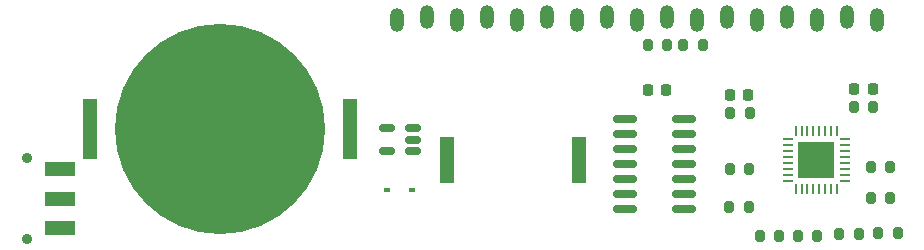
<source format=gbr>
%TF.GenerationSoftware,KiCad,Pcbnew,(5.99.0-10155-gdd944794ea)*%
%TF.CreationDate,2021-04-17T22:56:49+01:00*%
%TF.ProjectId,minor-cap,6d696e6f-722d-4636-9170-2e6b69636164,rev?*%
%TF.SameCoordinates,Original*%
%TF.FileFunction,Soldermask,Top*%
%TF.FilePolarity,Negative*%
%FSLAX46Y46*%
G04 Gerber Fmt 4.6, Leading zero omitted, Abs format (unit mm)*
G04 Created by KiCad (PCBNEW (5.99.0-10155-gdd944794ea)) date 2021-04-17 22:56:49*
%MOMM*%
%LPD*%
G01*
G04 APERTURE LIST*
G04 Aperture macros list*
%AMRoundRect*
0 Rectangle with rounded corners*
0 $1 Rounding radius*
0 $2 $3 $4 $5 $6 $7 $8 $9 X,Y pos of 4 corners*
0 Add a 4 corners polygon primitive as box body*
4,1,4,$2,$3,$4,$5,$6,$7,$8,$9,$2,$3,0*
0 Add four circle primitives for the rounded corners*
1,1,$1+$1,$2,$3*
1,1,$1+$1,$4,$5*
1,1,$1+$1,$6,$7*
1,1,$1+$1,$8,$9*
0 Add four rect primitives between the rounded corners*
20,1,$1+$1,$2,$3,$4,$5,0*
20,1,$1+$1,$4,$5,$6,$7,0*
20,1,$1+$1,$6,$7,$8,$9,0*
20,1,$1+$1,$8,$9,$2,$3,0*%
G04 Aperture macros list end*
%ADD10O,1.200000X2.000000*%
%ADD11R,0.600000X0.450000*%
%ADD12RoundRect,0.200000X-0.200000X-0.275000X0.200000X-0.275000X0.200000X0.275000X-0.200000X0.275000X0*%
%ADD13RoundRect,0.200000X0.200000X0.275000X-0.200000X0.275000X-0.200000X-0.275000X0.200000X-0.275000X0*%
%ADD14RoundRect,0.225000X-0.225000X-0.250000X0.225000X-0.250000X0.225000X0.250000X-0.225000X0.250000X0*%
%ADD15R,1.200000X4.000000*%
%ADD16RoundRect,0.150000X0.512500X0.150000X-0.512500X0.150000X-0.512500X-0.150000X0.512500X-0.150000X0*%
%ADD17RoundRect,0.150000X-0.825000X-0.150000X0.825000X-0.150000X0.825000X0.150000X-0.825000X0.150000X0*%
%ADD18R,3.100000X3.100000*%
%ADD19RoundRect,0.062500X-0.062500X-0.375000X0.062500X-0.375000X0.062500X0.375000X-0.062500X0.375000X0*%
%ADD20RoundRect,0.062500X-0.375000X-0.062500X0.375000X-0.062500X0.375000X0.062500X-0.375000X0.062500X0*%
%ADD21C,0.900000*%
%ADD22R,2.500000X1.250000*%
%ADD23R,1.270000X5.080000*%
%ADD24C,17.800000*%
G04 APERTURE END LIST*
D10*
%TO.C,J1*%
X179270000Y-87450000D03*
X176730000Y-87250000D03*
X174190000Y-87450000D03*
X171650000Y-87250000D03*
X169110000Y-87450000D03*
X166570000Y-87250000D03*
X164030000Y-87450000D03*
X161490000Y-87250000D03*
X158950000Y-87450000D03*
X156410000Y-87250000D03*
X153870000Y-87450000D03*
X151330000Y-87250000D03*
X148790000Y-87450000D03*
X146250000Y-87250000D03*
X143710000Y-87450000D03*
X141170000Y-87250000D03*
X138630000Y-87450000D03*
%TD*%
D11*
%TO.C,D1*%
X137800000Y-101850000D03*
X139900000Y-101850000D03*
%TD*%
D12*
%TO.C,R12*%
X180425000Y-99930000D03*
X178775000Y-99930000D03*
%TD*%
%TO.C,R11*%
X177725000Y-105580000D03*
X176075000Y-105580000D03*
%TD*%
D13*
%TO.C,R10*%
X159875000Y-89600000D03*
X161525000Y-89600000D03*
%TD*%
%TO.C,R9*%
X162875000Y-89600000D03*
X164525000Y-89600000D03*
%TD*%
D12*
%TO.C,R8*%
X180425000Y-102530000D03*
X178775000Y-102530000D03*
%TD*%
%TO.C,R7*%
X181025000Y-105530000D03*
X179375000Y-105530000D03*
%TD*%
%TO.C,R6*%
X171025000Y-105730000D03*
X169375000Y-105730000D03*
%TD*%
%TO.C,R5*%
X174225000Y-105730000D03*
X172575000Y-105730000D03*
%TD*%
%TO.C,R4*%
X178975000Y-94860000D03*
X177325000Y-94860000D03*
%TD*%
%TO.C,R3*%
X168505000Y-95370000D03*
X166855000Y-95370000D03*
%TD*%
D13*
%TO.C,R2*%
X166775000Y-103330000D03*
X168425000Y-103330000D03*
%TD*%
D12*
%TO.C,R1*%
X168475000Y-100080000D03*
X166825000Y-100080000D03*
%TD*%
D14*
%TO.C,C3*%
X161425000Y-93450000D03*
X159875000Y-93450000D03*
%TD*%
%TO.C,C2*%
X178925000Y-93330000D03*
X177375000Y-93330000D03*
%TD*%
%TO.C,C1*%
X168405000Y-93870000D03*
X166855000Y-93870000D03*
%TD*%
D15*
%TO.C,BZ1*%
X154050000Y-99350000D03*
X142850000Y-99350000D03*
%TD*%
D16*
%TO.C,U6*%
X137762500Y-98550000D03*
X137762500Y-96650000D03*
X140037500Y-96650000D03*
X140037500Y-97600000D03*
X140037500Y-98550000D03*
%TD*%
D17*
%TO.C,U4*%
X162925000Y-95840000D03*
X162925000Y-97110000D03*
X162925000Y-98380000D03*
X162925000Y-99650000D03*
X162925000Y-100920000D03*
X162925000Y-102190000D03*
X162925000Y-103460000D03*
X157975000Y-103460000D03*
X157975000Y-102190000D03*
X157975000Y-100920000D03*
X157975000Y-99650000D03*
X157975000Y-98380000D03*
X157975000Y-97110000D03*
X157975000Y-95840000D03*
%TD*%
D18*
%TO.C,U1*%
X174150000Y-99330000D03*
D19*
X172400000Y-96892500D03*
X172900000Y-96892500D03*
X173400000Y-96892500D03*
X173900000Y-96892500D03*
X174400000Y-96892500D03*
X174900000Y-96892500D03*
X175400000Y-96892500D03*
X175900000Y-96892500D03*
D20*
X176587500Y-97580000D03*
X176587500Y-98080000D03*
X176587500Y-98580000D03*
X176587500Y-99080000D03*
X176587500Y-99580000D03*
X176587500Y-100080000D03*
X176587500Y-100580000D03*
X176587500Y-101080000D03*
D19*
X175900000Y-101767500D03*
X175400000Y-101767500D03*
X174900000Y-101767500D03*
X174400000Y-101767500D03*
X173900000Y-101767500D03*
X173400000Y-101767500D03*
X172900000Y-101767500D03*
X172400000Y-101767500D03*
D20*
X171712500Y-101080000D03*
X171712500Y-100580000D03*
X171712500Y-100080000D03*
X171712500Y-99580000D03*
X171712500Y-99080000D03*
X171712500Y-98580000D03*
X171712500Y-98080000D03*
X171712500Y-97580000D03*
%TD*%
D21*
%TO.C,SW1*%
X107350000Y-106000000D03*
X107350000Y-99200000D03*
D22*
X110100000Y-105100000D03*
X110100000Y-102600000D03*
X110100000Y-100100000D03*
%TD*%
D23*
%TO.C,BT1*%
X134635000Y-96750000D03*
X112665000Y-96750000D03*
D24*
X123650000Y-96750000D03*
%TD*%
M02*

</source>
